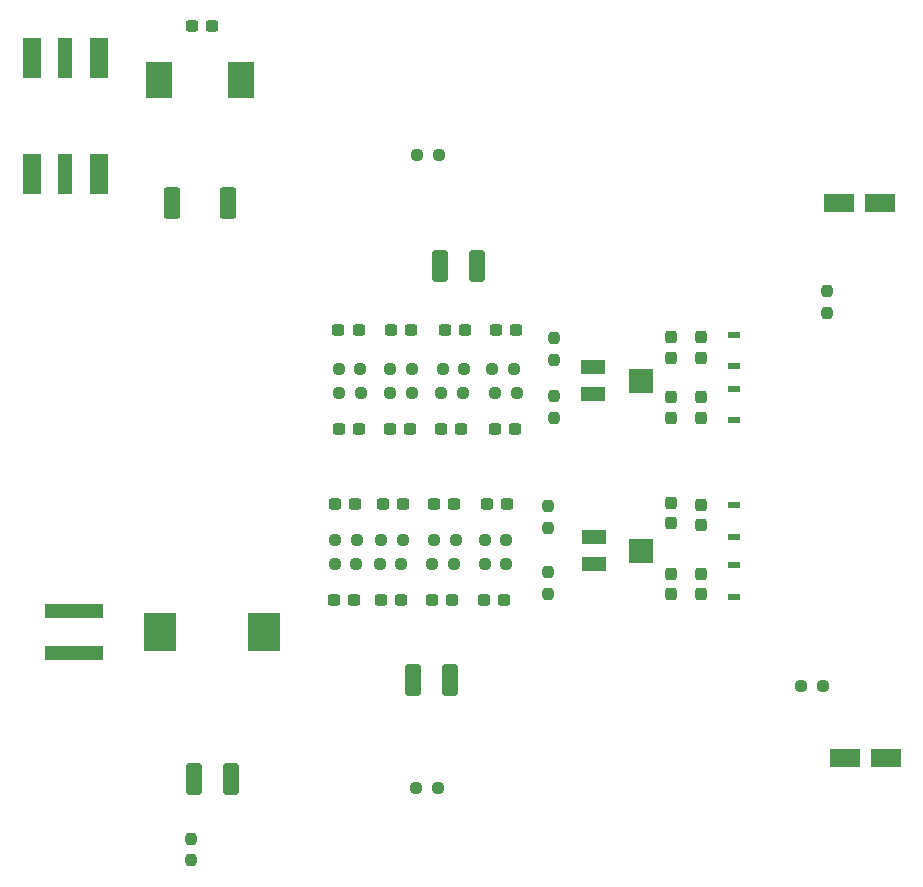
<source format=gtp>
%TF.GenerationSoftware,KiCad,Pcbnew,(6.0.9-0)*%
%TF.CreationDate,2023-03-20T13:18:36-04:00*%
%TF.ProjectId,dad_bod_02,6461645f-626f-4645-9f30-322e6b696361,rev?*%
%TF.SameCoordinates,Original*%
%TF.FileFunction,Paste,Top*%
%TF.FilePolarity,Positive*%
%FSLAX46Y46*%
G04 Gerber Fmt 4.6, Leading zero omitted, Abs format (unit mm)*
G04 Created by KiCad (PCBNEW (6.0.9-0)) date 2023-03-20 13:18:36*
%MOMM*%
%LPD*%
G01*
G04 APERTURE LIST*
G04 Aperture macros list*
%AMRoundRect*
0 Rectangle with rounded corners*
0 $1 Rounding radius*
0 $2 $3 $4 $5 $6 $7 $8 $9 X,Y pos of 4 corners*
0 Add a 4 corners polygon primitive as box body*
4,1,4,$2,$3,$4,$5,$6,$7,$8,$9,$2,$3,0*
0 Add four circle primitives for the rounded corners*
1,1,$1+$1,$2,$3*
1,1,$1+$1,$4,$5*
1,1,$1+$1,$6,$7*
1,1,$1+$1,$8,$9*
0 Add four rect primitives between the rounded corners*
20,1,$1+$1,$2,$3,$4,$5,0*
20,1,$1+$1,$4,$5,$6,$7,0*
20,1,$1+$1,$6,$7,$8,$9,0*
20,1,$1+$1,$8,$9,$2,$3,0*%
G04 Aperture macros list end*
%ADD10RoundRect,0.237500X0.300000X0.237500X-0.300000X0.237500X-0.300000X-0.237500X0.300000X-0.237500X0*%
%ADD11RoundRect,0.250000X-0.412500X-1.100000X0.412500X-1.100000X0.412500X1.100000X-0.412500X1.100000X0*%
%ADD12R,2.500000X1.600000*%
%ADD13RoundRect,0.237500X0.237500X-0.300000X0.237500X0.300000X-0.237500X0.300000X-0.237500X-0.300000X0*%
%ADD14R,1.000000X0.550000*%
%ADD15RoundRect,0.237500X-0.300000X-0.237500X0.300000X-0.237500X0.300000X0.237500X-0.300000X0.237500X0*%
%ADD16R,2.200000X3.150000*%
%ADD17R,2.000000X1.300000*%
%ADD18R,2.000000X2.000000*%
%ADD19RoundRect,0.237500X0.250000X0.237500X-0.250000X0.237500X-0.250000X-0.237500X0.250000X-0.237500X0*%
%ADD20RoundRect,0.237500X0.237500X-0.250000X0.237500X0.250000X-0.237500X0.250000X-0.237500X-0.250000X0*%
%ADD21RoundRect,0.237500X-0.250000X-0.237500X0.250000X-0.237500X0.250000X0.237500X-0.250000X0.237500X0*%
%ADD22RoundRect,0.237500X-0.237500X0.250000X-0.237500X-0.250000X0.237500X-0.250000X0.237500X0.250000X0*%
%ADD23R,2.750000X3.200000*%
%ADD24R,1.620000X3.375000*%
%ADD25R,1.200000X3.375000*%
%ADD26R,5.000000X1.300000*%
%ADD27RoundRect,0.249999X-0.450001X-1.075001X0.450001X-1.075001X0.450001X1.075001X-0.450001X1.075001X0*%
G04 APERTURE END LIST*
D10*
X109220000Y-65278000D03*
X107495000Y-65278000D03*
X121359000Y-105764500D03*
X119634000Y-105764500D03*
D11*
X128485500Y-85598000D03*
X131610500Y-85598000D03*
D12*
X162306000Y-80264000D03*
X165806000Y-80264000D03*
X162814000Y-127254000D03*
X166314000Y-127254000D03*
D11*
X126199500Y-120650000D03*
X129324500Y-120650000D03*
D10*
X121616000Y-90977500D03*
X119891000Y-90977500D03*
X126087500Y-90977500D03*
X124362500Y-90977500D03*
X130659500Y-90977500D03*
X128934500Y-90977500D03*
X134977500Y-90977500D03*
X133252500Y-90977500D03*
D13*
X148082000Y-93364000D03*
X148082000Y-91639000D03*
X150622000Y-93364000D03*
X150622000Y-91639000D03*
D14*
X153416000Y-91430500D03*
X153416000Y-94080500D03*
D13*
X148082000Y-98444000D03*
X148082000Y-96719000D03*
X150622000Y-98444000D03*
X150622000Y-96719000D03*
D14*
X153416000Y-96002500D03*
X153416000Y-98652500D03*
D15*
X119941000Y-99359500D03*
X121666000Y-99359500D03*
X124259000Y-99359500D03*
X125984000Y-99359500D03*
X128577000Y-99359500D03*
X130302000Y-99359500D03*
X133149000Y-99359500D03*
X134874000Y-99359500D03*
X119533500Y-113892500D03*
X121258500Y-113892500D03*
D10*
X125423000Y-105764500D03*
X123698000Y-105764500D03*
D15*
X123497000Y-113892500D03*
X125222000Y-113892500D03*
D10*
X129741000Y-105764500D03*
X128016000Y-105764500D03*
D15*
X127815000Y-113892500D03*
X129540000Y-113892500D03*
D10*
X134212500Y-105764500D03*
X132487500Y-105764500D03*
D15*
X132233500Y-113892500D03*
X133958500Y-113892500D03*
D13*
X148082000Y-107389000D03*
X148082000Y-105664000D03*
X148082000Y-113384500D03*
X148082000Y-111659500D03*
X150622000Y-107542500D03*
X150622000Y-105817500D03*
D14*
X153416000Y-105863000D03*
X153416000Y-108513000D03*
X153416000Y-110943000D03*
X153416000Y-113593000D03*
D11*
X107657500Y-129032000D03*
X110782500Y-129032000D03*
D16*
X104704000Y-69850000D03*
X111704000Y-69850000D03*
D17*
X141510000Y-94145500D03*
D18*
X145510000Y-95295500D03*
D17*
X141510000Y-96445500D03*
D19*
X128420500Y-76200000D03*
X126595500Y-76200000D03*
D20*
X161290000Y-89558500D03*
X161290000Y-87733500D03*
D19*
X160932500Y-121158000D03*
X159107500Y-121158000D03*
X128317000Y-129794000D03*
X126492000Y-129794000D03*
D21*
X119944500Y-94279500D03*
X121769500Y-94279500D03*
X124309500Y-94279500D03*
X126134500Y-94279500D03*
X128731000Y-94279500D03*
X130556000Y-94279500D03*
X132945500Y-94279500D03*
X134770500Y-94279500D03*
D20*
X138176000Y-93519000D03*
X138176000Y-91694000D03*
D21*
X119634000Y-108812500D03*
X121459000Y-108812500D03*
D20*
X138176000Y-98448500D03*
X138176000Y-96623500D03*
D19*
X121816500Y-96311500D03*
X119991500Y-96311500D03*
X126134500Y-96311500D03*
X124309500Y-96311500D03*
X130452500Y-96311500D03*
X128627500Y-96311500D03*
X135024500Y-96311500D03*
X133199500Y-96311500D03*
X121412000Y-110844500D03*
X119587000Y-110844500D03*
X125222000Y-110844500D03*
X123397000Y-110844500D03*
D21*
X128016000Y-108812500D03*
X129841000Y-108812500D03*
D19*
X129690500Y-110844500D03*
X127865500Y-110844500D03*
D21*
X132287000Y-108812500D03*
X134112000Y-108812500D03*
D17*
X141573500Y-108532500D03*
D18*
X145573500Y-109682500D03*
D17*
X141573500Y-110832500D03*
D20*
X137668000Y-107743000D03*
X137668000Y-105918000D03*
D22*
X107442000Y-134065000D03*
X107442000Y-135890000D03*
D23*
X104820000Y-116586000D03*
X113620000Y-116586000D03*
D24*
X93934000Y-77808000D03*
D25*
X96774000Y-77808000D03*
D24*
X99614000Y-77808000D03*
X99614000Y-67988000D03*
D25*
X96774000Y-67988000D03*
D24*
X93934000Y-67988000D03*
D26*
X97536000Y-118336000D03*
X97536000Y-114836000D03*
D13*
X150622000Y-113384500D03*
X150622000Y-111659500D03*
D21*
X123547500Y-108812500D03*
X125372500Y-108812500D03*
D20*
X137668000Y-113331000D03*
X137668000Y-111506000D03*
D19*
X134112000Y-110844500D03*
X132287000Y-110844500D03*
D27*
X105804000Y-80264000D03*
X110604000Y-80264000D03*
M02*

</source>
